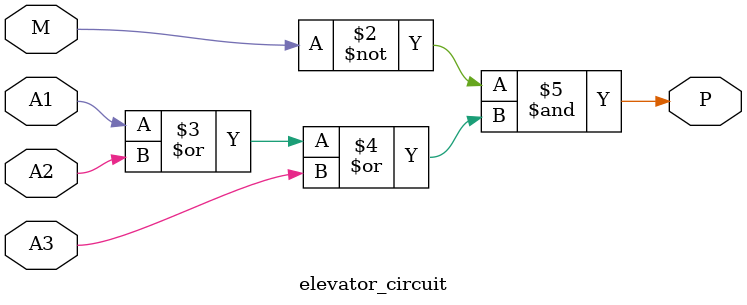
<source format=sv>
/* 
Aluna: Thayane Stheffany Silva Barros - 121110604
Roteiro 1: Problema 1 (Elevador)
*/

module elevator_circuit(input logic M, A1, A2, A3,
                   	output logic P);
 
  // A porta só deve abrir se o elevador estiver em um andar específico e parado
  always_comb P <= ~M & (A1 | A2 | A3);
endmodule
</source>
